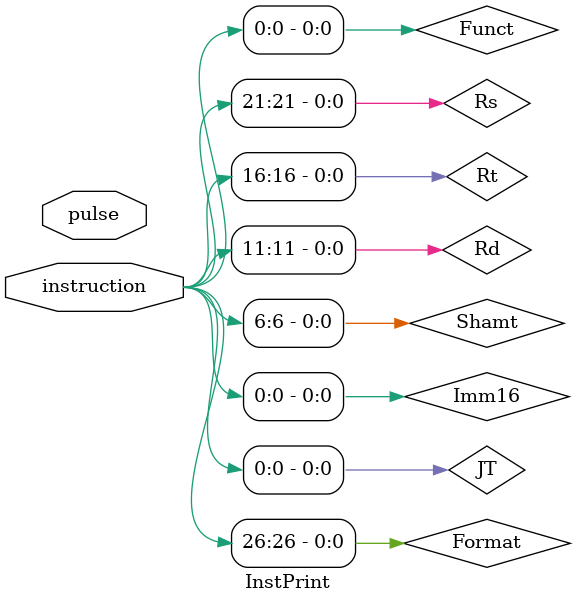
<source format=v>
module InstPrint(
    input wire[31:0] instruction,
    input wire pulse
);
    
    assign Format = instruction[31:26];
    assign JT = instruction[25:0];
    assign Imm16 = instruction[15:0];
    assign Shamt = instruction[10:6];
    assign Rd = instruction[15:11];
    assign Rt = instruction[20:16];
    assign Rs = instruction[25:21];
    assign Funct = instruction[5:0];

    parameter FORMAT_R     = 6'b000000;
    parameter FORMAT_LW    = 6'b100011;
    parameter FORMAT_SW    = 6'b101011;
    parameter FORMAT_LUI   = 6'b001111;
    parameter FORMAT_ADDI  = 6'b001000;
    parameter FORMAT_ADDIU = 6'b001001;
    parameter FORMAT_ANDI  = 6'b001100;
    parameter FORMAT_SLTI  = 6'b001010;
    parameter FORMAT_SLTIU = 6'b001011;
    parameter FORMAT_BEQ   = 6'b000100;
    parameter FORMAT_BNE   = 6'b000101;
    parameter FORMAT_BLEZ  = 6'b000110;
    parameter FORMAT_BGTZ  = 6'b000111;
    parameter FORMAT_BLTZ  = 6'b000001;
    parameter FORMAT_J     = 6'b000010;
    parameter FORMAT_JAL   = 6'b000011;

    // For R-type instructions, look at funct (instr[5:0])
    parameter FUNCT_ADD = 6'b100000;
    parameter FUNCT_ADDU = 6'b100001;
    parameter FUNCT_SUB = 6'b100010;
    parameter FUNCT_SUBU = 6'b100011;
    parameter FUNCT_AND = 6'b100100;
    parameter FUNCT_OR = 6'b100101;
    parameter FUNCT_XOR = 6'b100110;
    parameter FUNCT_NOR = 6'b100111;
    parameter FUNCT_SLL = 6'b000000;
    parameter FUNCT_SRL = 6'b000010;
    parameter FUNCT_SRA = 6'b000011;
    parameter FUNCT_SLT = 6'b101010;
    parameter FUNCT_JR = 6'b001000;
    parameter FUNCT_JALR = 6'b001001;

    always @(posedge pulse) begin
        $display("Instruction");
        $display("-----------");

        case (Format)
        FORMAT_LW:    $display("lw");
        FORMAT_SW:    $display("sw");
        FORMAT_LUI:   $display("lui");
        FORMAT_ADDI:  $display("addi");
        FORMAT_ADDIU: $display("addiu");
        FORMAT_ANDI:  $display("andi");
        FORMAT_SLTI:  $display("slti");
        FORMAT_SLTIU: $display("sltiu");
        FORMAT_BEQ:   $display("beq");
        FORMAT_BNE:   $display("bne");
        FORMAT_BLEZ:  $display("blez");
        FORMAT_BGTZ:  $display("bgtz");
        FORMAT_BLTZ:  $display("bltz");
        FORMAT_J:     $display("j");
        FORMAT_JAL:   $display("jal");
        endcase

        if (Format == FORMAT_R) begin
            case (Funct)
                FUNCT_ADD:  $display("add");
                FUNCT_ADDU: $display("addu");
                FUNCT_SUB:  $display("sub");
                FUNCT_SUBU: $display("subu");
                FUNCT_AND:  $display("and");
                FUNCT_OR:   $display("or");
                FUNCT_XOR:  $display("xor");
                FUNCT_NOR:  $display("nor");
                FUNCT_SLL:  $display("sll");
                FUNCT_SRL:  $display("srl");
                FUNCT_SRA:  $display("sra");
                FUNCT_SLT:  $display("slt");
                FUNCT_JR:   $display("jr");
                FUNCT_JALR: $display("jalr");
            endcase
        end

        $display("format = %06b (%d)", Format, Format);
        $display("JT = %026b (%d)", JT, JT);
        $display("Imm16 = %016b (%d)", Imm16, Imm16);
        $display("Shamt = %05b (%d)", Shamt, Shamt);
        $display("Rd = %05b (%d)", Rd, Rd);
        $display("Rt = %05b (%d)", Rt, Rt);
        $display("Rs = %05b (%d)", Rs, Rs);
        $display("");

    end

endmodule
</source>
